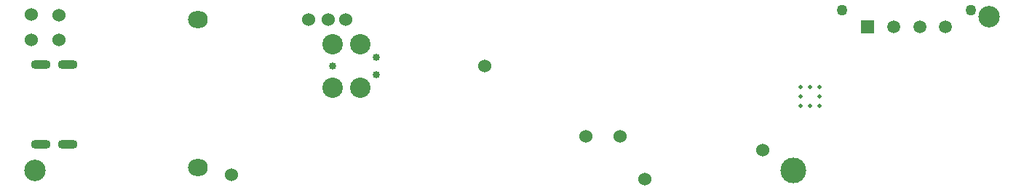
<source format=gbr>
%FSTAX23Y23*%
%MOIN*%
%SFA1B1*%

%IPPOS*%
%AMD65*
4,1,8,0.045300,0.000000,0.045300,0.000000,0.025600,0.019700,-0.025600,0.019700,-0.045300,0.000000,-0.045300,0.000000,-0.025600,-0.019700,0.025600,-0.019700,0.045300,0.000000,0.0*
1,1,0.039370,0.025600,0.000000*
1,1,0.039370,0.025600,0.000000*
1,1,0.039370,-0.025600,0.000000*
1,1,0.039370,-0.025600,0.000000*
%
G04~CAMADD=65~8~0.0~0.0~393.7~905.5~196.8~0.0~15~0.0~0.0~0.0~0.0~0~0.0~0.0~0.0~0.0~0~0.0~0.0~0.0~270.0~906.0~394.0*
%ADD65D65*%
%ADD66C,0.059843*%
%ADD67C,0.050000*%
%ADD68R,0.059843X0.059843*%
%ADD69C,0.060000*%
%ADD70C,0.098425*%
%ADD71C,0.093504*%
%ADD72C,0.033465*%
%ADD73O,0.090551X0.078740*%
%ADD74C,0.060000*%
%ADD75C,0.118110*%
%ADD76C,0.019685*%
%LNpcb_pads_bot-1*%
%LPD*%
G54D65*
X00626Y00965D03*
X00502D03*
X00626Y00598D03*
X00502D03*
G54D66*
X04645Y01138D03*
X04527D03*
X04409D03*
G54D67*
X04763Y01215D03*
X04172D03*
G54D68*
X0429Y01138D03*
G54D69*
X03808Y00569D03*
X03267Y00438D03*
X03155Y00634D03*
X01375Y00458D03*
X02997Y00635D03*
G54D70*
X00476Y00476D03*
X04846Y01183D03*
G54D71*
X0184Y00858D03*
X01965D03*
Y01058D03*
X0184D03*
G54D72*
X0184Y00958D03*
X0204Y00998D03*
Y00918D03*
G54D73*
X01222Y0117D03*
Y00489D03*
G54D74*
X00458Y01077D03*
Y01193D03*
X00584Y01191D03*
X02534Y00957D03*
X00584Y01077D03*
X019Y01172D03*
X01817D03*
X01729D03*
G54D75*
X03947Y00477D03*
G54D76*
X04068Y0086D03*
Y00773D03*
X03981Y0086D03*
Y00773D03*
X04025Y0086D03*
X04068Y00817D03*
X03981D03*
X04025Y00774D03*
M02*
</source>
